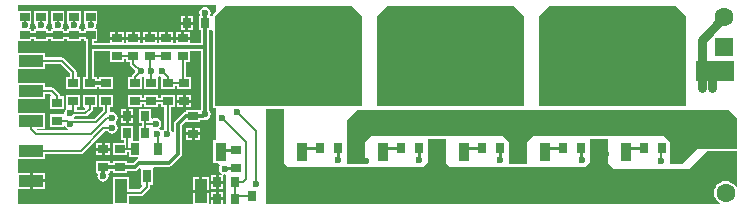
<source format=gtl>
%FSLAX25Y25*%
%MOIN*%
G70*
G01*
G75*
G04 Layer_Physical_Order=1*
G04 Layer_Color=255*
%ADD10R,0.27559X0.07874*%
%ADD11R,0.07874X0.03937*%
%ADD12R,0.12500X0.07000*%
%ADD13R,0.21654X0.24803*%
%ADD14R,0.03740X0.06299*%
%ADD15R,0.03937X0.07874*%
%ADD16R,0.02559X0.04134*%
%ADD17R,0.03201X0.02799*%
%ADD18R,0.03200X0.02800*%
%ADD19R,0.02800X0.03200*%
%ADD20C,0.00800*%
%ADD21C,0.01200*%
%ADD22C,0.01000*%
%ADD23C,0.03000*%
%ADD24C,0.06299*%
%ADD25R,0.06299X0.06299*%
%ADD26C,0.02362*%
G36*
X90681Y15941D02*
X92181Y14441D01*
X137181D01*
X138681Y15941D01*
Y23941D01*
X144681D01*
Y15941D01*
X146181Y14441D01*
X191181D01*
X192681Y15941D01*
Y23941D01*
X198681D01*
Y15941D01*
X200500Y14000D01*
X226000D01*
X231786Y19786D01*
X241690D01*
X241792Y19703D01*
Y8159D01*
X241319Y7999D01*
X240746Y8746D01*
X239941Y9363D01*
X239005Y9751D01*
X238000Y9883D01*
X236995Y9751D01*
X236059Y9363D01*
X235254Y8746D01*
X234637Y7941D01*
X234249Y7005D01*
X234117Y6000D01*
X234249Y4995D01*
X234637Y4059D01*
X235254Y3254D01*
X236001Y2681D01*
X235841Y2208D01*
X84681D01*
Y33866D01*
X90681D01*
Y15941D01*
D02*
G37*
G36*
X170681Y64941D02*
Y34941D01*
X121681D01*
Y64941D01*
X125093Y68353D01*
X167270D01*
X170681Y64941D01*
D02*
G37*
G36*
X116681D02*
Y34941D01*
X67681D01*
Y64941D01*
X71093Y68353D01*
X113270D01*
X116681Y64941D01*
D02*
G37*
G36*
X24000Y56400D02*
X24675D01*
Y44600D01*
X23700D01*
Y40400D01*
X28300D01*
Y41175D01*
X29200D01*
Y40400D01*
X33800D01*
Y44600D01*
X29200D01*
Y43826D01*
X28300D01*
Y44600D01*
X27325D01*
Y53175D01*
X32700D01*
Y49400D01*
X37300D01*
Y50378D01*
X38200D01*
Y49400D01*
X39378D01*
Y49000D01*
X39378Y49000D01*
X39464Y48571D01*
X39707Y48207D01*
X41137Y46777D01*
X41082Y46500D01*
X41137Y46223D01*
X40207Y45293D01*
X39964Y44929D01*
X39898Y44600D01*
X38700D01*
Y40400D01*
X43300D01*
Y44600D01*
X43300Y44600D01*
X43300D01*
X43296Y44641D01*
X43734Y44728D01*
X43759Y44745D01*
X44200Y44509D01*
Y40400D01*
X48800D01*
Y44509D01*
X49241Y44745D01*
X49266Y44728D01*
X49704Y44641D01*
X49700Y44600D01*
X49700Y44600D01*
X49700Y44600D01*
Y40400D01*
X54300D01*
Y41378D01*
X55200D01*
Y40400D01*
X59800D01*
Y44600D01*
X58122D01*
Y49400D01*
X59300D01*
Y53175D01*
X63074D01*
Y33679D01*
X62800D01*
Y33679D01*
X58200D01*
Y32904D01*
X58079D01*
X57572Y32803D01*
X57142Y32516D01*
X54563Y29937D01*
X54275Y29507D01*
X54175Y29000D01*
Y26412D01*
X53692Y26316D01*
X53277Y26939D01*
X53122Y27042D01*
Y34400D01*
X54300D01*
Y38600D01*
X49700D01*
Y37622D01*
X48800D01*
Y38600D01*
X44200D01*
Y37622D01*
X43300D01*
Y38600D01*
X38700D01*
Y34400D01*
X43300D01*
Y35378D01*
X44200D01*
Y34400D01*
X48800D01*
Y35378D01*
X49700D01*
Y34400D01*
X50878D01*
Y27149D01*
X50564Y26939D01*
X50433Y26742D01*
X49933D01*
X49856Y26856D01*
X49234Y27272D01*
X49183Y27528D01*
X49356Y27644D01*
X49772Y28266D01*
X49918Y29000D01*
X49772Y29734D01*
X49356Y30356D01*
X48734Y30772D01*
X48000Y30918D01*
X47266Y30772D01*
X47041Y30622D01*
X46600Y30857D01*
Y33800D01*
X42400D01*
Y29200D01*
X43378D01*
Y29000D01*
Y28300D01*
X42400D01*
Y23700D01*
X42400D01*
Y23648D01*
X42046Y23294D01*
X40600D01*
Y23700D01*
X40600D01*
Y28300D01*
X36400D01*
Y23700D01*
X37378D01*
Y22600D01*
X33700D01*
Y18400D01*
X38300D01*
Y19406D01*
X39280D01*
Y17761D01*
X42137D01*
X42186Y17263D01*
X41993Y17225D01*
X41563Y16937D01*
X40451Y15825D01*
X38300D01*
Y16600D01*
X33700D01*
Y15825D01*
X32800D01*
Y16600D01*
X28200D01*
Y12400D01*
X28367D01*
X28684Y12014D01*
X28582Y11500D01*
X28728Y10766D01*
X29144Y10144D01*
X29766Y9728D01*
X30500Y9582D01*
X31234Y9728D01*
X31856Y10144D01*
X32272Y10766D01*
X32418Y11500D01*
X32272Y12234D01*
X32361Y12400D01*
X32800D01*
Y13174D01*
X33700D01*
Y12400D01*
X38300D01*
Y13174D01*
X41000D01*
X41507Y13275D01*
X41937Y13563D01*
Y13563D01*
X41937D01*
D01*
D01*
D01*
D01*
D01*
D01*
X41937D01*
D01*
X41937D01*
Y13563D01*
D01*
D01*
D01*
D01*
Y13563D01*
D01*
D01*
D01*
D01*
D01*
D01*
Y13563D01*
D01*
D01*
X41937D01*
D01*
D01*
D01*
X42559Y14184D01*
X43020Y13993D01*
Y8705D01*
X43466D01*
X43657Y8244D01*
X42535Y7122D01*
X39169D01*
Y11137D01*
X33832D01*
Y2208D01*
X2113D01*
Y7332D01*
X6000D01*
Y9999D01*
Y12668D01*
X2113D01*
Y17332D01*
X11137D01*
Y18879D01*
X23025D01*
X23025Y18878D01*
X23455Y18964D01*
X23819Y19207D01*
X30990Y26378D01*
X31987D01*
X32144Y26144D01*
X32766Y25728D01*
X33500Y25582D01*
X34234Y25728D01*
X34856Y26144D01*
X35272Y26766D01*
X35418Y27500D01*
X35272Y28234D01*
X34856Y28856D01*
X34641Y29000D01*
Y29500D01*
X34856Y29644D01*
X35272Y30266D01*
X35418Y31000D01*
X35272Y31734D01*
X34856Y32356D01*
X34234Y32772D01*
X33500Y32918D01*
X33267Y32872D01*
X32842Y32956D01*
X32622Y33137D01*
Y34400D01*
X33800D01*
Y38600D01*
X29200D01*
Y34400D01*
X30378D01*
Y33465D01*
X27535Y30622D01*
X20936D01*
X20791Y31100D01*
X20856Y31144D01*
X21013Y31378D01*
X24500D01*
X24500Y31378D01*
X24929Y31464D01*
X25293Y31707D01*
X26793Y33207D01*
X27036Y33571D01*
X27122Y34000D01*
X27122Y34000D01*
Y34400D01*
X28300D01*
Y38600D01*
X23700D01*
Y34400D01*
X24161D01*
X24311Y34037D01*
X24033Y33622D01*
X21621D01*
Y34400D01*
X22800D01*
Y38600D01*
X18200D01*
Y34400D01*
X18200D01*
X18200Y33894D01*
X18144Y33856D01*
X17728Y33234D01*
X17582Y32500D01*
X17585Y32487D01*
X17267Y32100D01*
X12700D01*
Y27900D01*
X17300D01*
Y28045D01*
X17778Y28191D01*
X18144Y27644D01*
X18687Y27281D01*
X18542Y26802D01*
X8839D01*
X8561Y27218D01*
X8608Y27332D01*
X11137D01*
Y32669D01*
X2113D01*
Y37332D01*
X11137D01*
Y38878D01*
X12833D01*
X13111Y38463D01*
X12961Y38100D01*
X12700D01*
Y33900D01*
X17300D01*
Y38100D01*
X16122D01*
Y38300D01*
X16036Y38729D01*
X15793Y39093D01*
X15793Y39093D01*
X14093Y40793D01*
X13729Y41036D01*
X13300Y41122D01*
X13300Y41122D01*
X11137D01*
Y42669D01*
X2113D01*
Y47332D01*
X11137D01*
Y48878D01*
X16235D01*
X19378Y45735D01*
Y44600D01*
X18200D01*
Y40400D01*
X22800D01*
Y44600D01*
X21621D01*
Y46200D01*
X21622Y46200D01*
X21536Y46629D01*
X21536D01*
D01*
D01*
X21536Y46629D01*
D01*
D01*
D01*
D01*
X21536Y46629D01*
D01*
D01*
Y46629D01*
D01*
X21536D01*
D01*
D01*
X21536D01*
D01*
D01*
X21293Y46993D01*
X21293Y46993D01*
X17493Y50793D01*
X17129Y51036D01*
X16700Y51122D01*
X16700Y51122D01*
X11137D01*
Y52668D01*
X2113D01*
Y56400D01*
X6600D01*
Y57174D01*
X7500D01*
Y56400D01*
X12100D01*
Y57174D01*
X13000D01*
Y56400D01*
X17600D01*
Y57174D01*
X18500D01*
Y56400D01*
X23100D01*
Y57174D01*
X24000D01*
Y56400D01*
D02*
G37*
G36*
X241690Y30810D02*
Y20500D01*
X228500D01*
X223500Y15500D01*
X219500D01*
Y23000D01*
X217500Y25000D01*
X173681Y24941D01*
X171681Y22941D01*
Y15441D01*
X165681D01*
Y22941D01*
X163681Y24941D01*
X119681D01*
X117681Y22941D01*
Y15441D01*
X111681D01*
Y29941D01*
X115181Y33441D01*
X239000Y33500D01*
X241690Y30810D01*
D02*
G37*
G36*
X224681Y64941D02*
Y34941D01*
X175681D01*
Y64941D01*
X179093Y68353D01*
X221269D01*
X224681Y64941D01*
D02*
G37*
G36*
X66499Y60200D02*
X66614D01*
X66967Y59846D01*
Y34941D01*
X67022Y34668D01*
X67154Y34469D01*
Y34119D01*
X68000D01*
Y23511D01*
X67115D01*
Y15812D01*
X68688D01*
X69444Y15056D01*
X69228Y14734D01*
X69082Y14000D01*
X69228Y13266D01*
X69644Y12644D01*
X70191Y12279D01*
X70045Y11800D01*
X69000D01*
Y10000D01*
X70600D01*
Y11767D01*
X70986Y12085D01*
X71000Y12082D01*
X71114Y12105D01*
X71500Y11787D01*
Y2208D01*
X70600D01*
Y3500D01*
X66400D01*
Y2208D01*
X65668D01*
Y6000D01*
X60331D01*
Y2208D01*
X39169D01*
Y4879D01*
X43000D01*
X43000Y4878D01*
X43429Y4964D01*
X43793Y5207D01*
X45793Y7207D01*
X45793Y7207D01*
X46036Y7571D01*
X46122Y8000D01*
X46122Y8000D01*
Y8705D01*
X46979D01*
Y14239D01*
X46979D01*
Y14321D01*
X47333Y14674D01*
X52500D01*
X53007Y14775D01*
X53437Y15063D01*
Y15063D01*
X53437D01*
D01*
D01*
D01*
D01*
D01*
D01*
X53437D01*
D01*
X53437D01*
Y15063D01*
D01*
D01*
D01*
D01*
Y15063D01*
D01*
D01*
D01*
D01*
D01*
D01*
Y15063D01*
D01*
D01*
X53437D01*
D01*
D01*
D01*
X56437Y18063D01*
Y18063D01*
X56437D01*
X56437D01*
D01*
Y18063D01*
X56437D01*
D01*
D01*
Y18063D01*
D01*
D01*
D01*
D01*
D01*
D01*
D01*
D01*
D01*
Y18063D01*
X56437D01*
D01*
D01*
D01*
X56725Y18493D01*
X56826Y19000D01*
Y28451D01*
X57955Y29580D01*
X58200Y29479D01*
Y29479D01*
X58200Y29479D01*
X62800D01*
Y30253D01*
X63877D01*
X63961Y30270D01*
X64399Y30183D01*
X65133Y30329D01*
X65755Y30744D01*
X66171Y31367D01*
X66317Y32101D01*
X66171Y32835D01*
X65755Y33457D01*
X65725Y33478D01*
Y54500D01*
Y60200D01*
X66499D01*
Y60200D01*
D02*
G37*
G36*
X68000Y66269D02*
X67176Y65446D01*
X67022Y65214D01*
X66967Y64941D01*
Y64938D01*
X66482Y64816D01*
X66255Y65241D01*
X66272Y65266D01*
X66418Y66000D01*
X66272Y66734D01*
X65856Y67356D01*
X65234Y67772D01*
X64500Y67918D01*
X63766Y67772D01*
X63144Y67356D01*
X62728Y66734D01*
X62582Y66000D01*
X62728Y65266D01*
X62745Y65241D01*
X62509Y64800D01*
X62299D01*
Y60200D01*
X63074D01*
Y55826D01*
X59300D01*
Y57000D01*
X54700D01*
Y55826D01*
X53800D01*
Y57000D01*
X49200D01*
Y55826D01*
X48300D01*
Y57000D01*
X43700D01*
Y55826D01*
X42800D01*
Y57000D01*
X38200D01*
Y55826D01*
X37300D01*
Y57000D01*
X32700D01*
Y55826D01*
X27325D01*
Y56400D01*
X28600D01*
Y60600D01*
X28157D01*
X27921Y61041D01*
X28072Y61266D01*
X28218Y62000D01*
X28215Y62014D01*
X28532Y62400D01*
X28600D01*
Y66600D01*
X24000D01*
Y62400D01*
X24068D01*
X24385Y62014D01*
X24382Y62000D01*
X24528Y61266D01*
X24679Y61041D01*
X24443Y60600D01*
X24000D01*
Y59825D01*
X23100D01*
Y60600D01*
X22657D01*
X22421Y61041D01*
X22572Y61266D01*
X22718Y62000D01*
X22715Y62014D01*
X23032Y62400D01*
X23100D01*
Y66600D01*
X18500D01*
Y62400D01*
X18568D01*
X18885Y62014D01*
X18882Y62000D01*
X19028Y61266D01*
X19179Y61041D01*
X18943Y60600D01*
X18500D01*
Y59825D01*
X17600D01*
Y60600D01*
X17157D01*
X16921Y61041D01*
X17072Y61266D01*
X17218Y62000D01*
X17215Y62014D01*
X17532Y62400D01*
X17600D01*
Y66600D01*
X13000D01*
Y62400D01*
X13068D01*
X13385Y62014D01*
X13382Y62000D01*
X13528Y61266D01*
X13679Y61041D01*
X13443Y60600D01*
X13000D01*
Y59825D01*
X12100D01*
Y60600D01*
X11657D01*
X11421Y61041D01*
X11572Y61266D01*
X11718Y62000D01*
X11715Y62014D01*
X12032Y62400D01*
X12100D01*
Y66600D01*
X7500D01*
Y62400D01*
X7568D01*
X7885Y62014D01*
X7882Y62000D01*
X8028Y61266D01*
X8179Y61041D01*
X7943Y60600D01*
X7500D01*
Y59825D01*
X6600D01*
Y60600D01*
X6157D01*
X5921Y61041D01*
X6072Y61266D01*
X6218Y62000D01*
X6215Y62014D01*
X6532Y62400D01*
X6600D01*
Y66600D01*
X2113D01*
Y68658D01*
X68000D01*
Y66269D01*
D02*
G37*
%LPC*%
G36*
X60000Y25079D02*
X58200D01*
Y23479D01*
X60000D01*
Y25079D01*
D02*
G37*
G36*
X32800Y22600D02*
X31000D01*
Y21000D01*
X32800D01*
Y22600D01*
D02*
G37*
G36*
X60000Y27679D02*
X58200D01*
Y26079D01*
X60000D01*
Y27679D01*
D02*
G37*
G36*
X62800Y25079D02*
X61000D01*
Y23479D01*
X62800D01*
Y25079D01*
D02*
G37*
G36*
X38000Y31000D02*
X36400D01*
Y29200D01*
X38000D01*
Y31000D01*
D02*
G37*
G36*
X62800Y27679D02*
X61000D01*
Y26079D01*
X62800D01*
Y27679D01*
D02*
G37*
G36*
X30000Y22600D02*
X28200D01*
Y21000D01*
X30000D01*
Y22600D01*
D02*
G37*
G36*
X65668Y11137D02*
X63500D01*
Y7000D01*
X65668D01*
Y11137D01*
D02*
G37*
G36*
X68000Y9000D02*
X66400D01*
Y7200D01*
X68000D01*
Y9000D01*
D02*
G37*
G36*
X62500Y11137D02*
X60331D01*
Y7000D01*
X62500D01*
Y11137D01*
D02*
G37*
G36*
X68000Y6300D02*
X66400D01*
Y4500D01*
X68000D01*
Y6300D01*
D02*
G37*
G36*
X70600D02*
X69000D01*
Y4500D01*
X70600D01*
Y6300D01*
D02*
G37*
G36*
Y9000D02*
X69000D01*
Y7200D01*
X70600D01*
Y9000D01*
D02*
G37*
G36*
X30000Y20000D02*
X28200D01*
Y18400D01*
X30000D01*
Y20000D01*
D02*
G37*
G36*
X32800D02*
X31000D01*
Y18400D01*
X32800D01*
Y20000D01*
D02*
G37*
G36*
X11137Y12668D02*
X7000D01*
Y10500D01*
X11137D01*
Y12668D01*
D02*
G37*
G36*
Y9500D02*
X7000D01*
Y7332D01*
X11137D01*
Y9500D01*
D02*
G37*
G36*
X68000Y11800D02*
X66400D01*
Y10000D01*
X68000D01*
Y11800D01*
D02*
G37*
G36*
X40600Y31000D02*
X39000D01*
Y29200D01*
X40600D01*
Y31000D01*
D02*
G37*
G36*
X53800Y59600D02*
X52000D01*
Y58000D01*
X53800D01*
Y59600D01*
D02*
G37*
G36*
X56500D02*
X54700D01*
Y58000D01*
X56500D01*
Y59600D01*
D02*
G37*
G36*
X51000D02*
X49200D01*
Y58000D01*
X51000D01*
Y59600D01*
D02*
G37*
G36*
X45500D02*
X43700D01*
Y58000D01*
X45500D01*
Y59600D01*
D02*
G37*
G36*
X48300D02*
X46500D01*
Y58000D01*
X48300D01*
Y59600D01*
D02*
G37*
G36*
X57899Y64800D02*
X56299D01*
Y63000D01*
X57899D01*
Y64800D01*
D02*
G37*
G36*
X60499D02*
X58899D01*
Y63000D01*
X60499D01*
Y64800D01*
D02*
G37*
G36*
Y62000D02*
X58899D01*
Y60200D01*
X60499D01*
Y62000D01*
D02*
G37*
G36*
X59300Y59600D02*
X57500D01*
Y58000D01*
X59300D01*
Y59600D01*
D02*
G37*
G36*
X57899Y62000D02*
X56299D01*
Y60200D01*
X57899D01*
Y62000D01*
D02*
G37*
G36*
X59800Y36000D02*
X58000D01*
Y34400D01*
X59800D01*
Y36000D01*
D02*
G37*
G36*
X57000Y38600D02*
X55200D01*
Y37000D01*
X57000D01*
Y38600D01*
D02*
G37*
G36*
Y36000D02*
X55200D01*
Y34400D01*
X57000D01*
Y36000D01*
D02*
G37*
G36*
X38000Y33800D02*
X36400D01*
Y32000D01*
X38000D01*
Y33800D01*
D02*
G37*
G36*
X40600D02*
X39000D01*
Y32000D01*
X40600D01*
Y33800D01*
D02*
G37*
G36*
X40000Y59600D02*
X38200D01*
Y58000D01*
X40000D01*
Y59600D01*
D02*
G37*
G36*
X42800D02*
X41000D01*
Y58000D01*
X42800D01*
Y59600D01*
D02*
G37*
G36*
X37300D02*
X35500D01*
Y58000D01*
X37300D01*
Y59600D01*
D02*
G37*
G36*
X59800Y38600D02*
X58000D01*
Y37000D01*
X59800D01*
Y38600D01*
D02*
G37*
G36*
X34500Y59600D02*
X32700D01*
Y58000D01*
X34500D01*
Y59600D01*
D02*
G37*
%LPD*%
D10*
X218500Y6500D02*
D03*
X85000Y64000D02*
D03*
X139000D02*
D03*
X193000D02*
D03*
D11*
X6500Y10000D02*
D03*
Y50000D02*
D03*
Y40000D02*
D03*
Y30000D02*
D03*
Y20000D02*
D03*
D12*
X234500Y24000D02*
D03*
Y46500D02*
D03*
D13*
X186681Y47221D02*
D03*
X213681D02*
D03*
X132681D02*
D03*
X159681D02*
D03*
X78681D02*
D03*
X105681D02*
D03*
D14*
X177685Y19661D02*
D03*
X195677Y19661D02*
D03*
X204685Y19661D02*
D03*
X222677Y19661D02*
D03*
X123685Y19661D02*
D03*
X141677Y19661D02*
D03*
X150685Y19661D02*
D03*
X168677Y19661D02*
D03*
X69685Y19661D02*
D03*
X87677Y19661D02*
D03*
X96685Y19661D02*
D03*
X114677Y19661D02*
D03*
D15*
X36500Y6500D02*
D03*
X63000D02*
D03*
D16*
X45000Y11472D02*
D03*
X41260Y20528D02*
D03*
X48740D02*
D03*
D17*
X26300Y64500D02*
D03*
Y58500D02*
D03*
X20800D02*
D03*
Y64500D02*
D03*
X15300D02*
D03*
Y58500D02*
D03*
X9800D02*
D03*
Y64500D02*
D03*
X4300D02*
D03*
Y58500D02*
D03*
D18*
X52000Y36500D02*
D03*
Y42500D02*
D03*
X40500Y57500D02*
D03*
Y51500D02*
D03*
X51500D02*
D03*
Y57500D02*
D03*
X57500Y36500D02*
D03*
Y42500D02*
D03*
X46500Y36500D02*
D03*
Y42500D02*
D03*
X41000D02*
D03*
Y36500D02*
D03*
X35000Y51500D02*
D03*
Y57500D02*
D03*
X46000D02*
D03*
Y51500D02*
D03*
X57000D02*
D03*
Y57500D02*
D03*
X60500Y31579D02*
D03*
Y25579D02*
D03*
X26000Y36500D02*
D03*
Y42500D02*
D03*
X31500D02*
D03*
Y36500D02*
D03*
X20500Y42500D02*
D03*
Y36500D02*
D03*
X15000Y30000D02*
D03*
Y36000D02*
D03*
X74681Y14366D02*
D03*
Y20366D02*
D03*
X36000Y14500D02*
D03*
Y20500D02*
D03*
X30500Y14500D02*
D03*
Y20500D02*
D03*
D19*
X68500Y4000D02*
D03*
X74500D02*
D03*
X80181Y4866D02*
D03*
X86181D02*
D03*
X74500Y9500D02*
D03*
X68500D02*
D03*
X189681Y20866D02*
D03*
X183681D02*
D03*
X210681D02*
D03*
X216681D02*
D03*
X135681D02*
D03*
X129681D02*
D03*
X156681D02*
D03*
X162681D02*
D03*
X102681D02*
D03*
X108681D02*
D03*
X38500Y31500D02*
D03*
X44500D02*
D03*
Y26000D02*
D03*
X38500D02*
D03*
X58399Y62500D02*
D03*
X64399D02*
D03*
D20*
X30525Y27500D02*
X33500D01*
X31763Y31000D02*
X33500D01*
X36500Y6000D02*
X43000D01*
X45000Y8000D01*
Y11472D01*
X19500Y29000D02*
Y29500D01*
X26300Y62000D02*
Y64500D01*
X20800Y62000D02*
Y64500D01*
X15300Y62000D02*
Y64500D01*
X9800Y62000D02*
Y64500D01*
X4300Y62000D02*
Y64500D01*
X24500Y32500D02*
X26000Y34000D01*
Y36500D01*
X28000Y29500D02*
X31500Y33000D01*
Y36500D01*
X75263Y32737D02*
X81500Y26500D01*
X75000Y32737D02*
X75263D01*
X70000Y31000D02*
X78000Y23000D01*
Y10500D02*
Y23000D01*
X38500Y20528D02*
Y26000D01*
Y20528D02*
X41260D01*
X36028D02*
X38500D01*
X52000Y25662D02*
Y36500D01*
X44500Y29000D02*
X48000D01*
X44500D02*
Y31500D01*
Y26000D02*
Y29000D01*
X36000Y20500D02*
X36028Y20528D01*
X48500Y25500D02*
X48740Y25260D01*
Y20528D02*
Y25260D01*
X51920Y25583D02*
X52000Y25662D01*
X81500Y9000D02*
Y26500D01*
X75366Y4866D02*
X80181D01*
X74500Y4000D02*
X75366Y4866D01*
X74500Y4000D02*
Y9500D01*
X77000D01*
X78000Y10500D01*
X216500Y16500D02*
Y20685D01*
X216681Y20866D01*
X49500Y46500D02*
X50000D01*
X46500Y42500D02*
Y46500D01*
X43000D02*
X43202Y46702D01*
X41000Y42500D02*
Y44500D01*
X43000Y46500D01*
X52000Y42500D02*
Y44500D01*
X50000Y46500D02*
X52000Y44500D01*
X41000Y36500D02*
X46500D01*
X52000D01*
X49500Y46500D02*
Y47000D01*
X52000Y42500D02*
X57500D01*
X46000Y51500D02*
X51500D01*
X46000Y47000D02*
Y51500D01*
Y47000D02*
X46500Y46500D01*
X35000Y51500D02*
X40500D01*
Y49000D02*
Y51500D01*
Y49000D02*
X43000Y46500D01*
X57000Y43000D02*
Y51500D01*
X20500Y32700D02*
Y36500D01*
X19500Y32500D02*
X24500D01*
X6500Y50000D02*
X16700D01*
X20500Y46200D01*
Y42500D02*
Y46200D01*
X6500Y40000D02*
X13300D01*
X15000Y38300D01*
Y36000D02*
Y38300D01*
Y30000D02*
X18500D01*
X19500Y29000D01*
Y29500D02*
X28000D01*
X6500Y27200D02*
Y30000D01*
Y27200D02*
X8019Y25681D01*
X26443D02*
X31763Y31000D01*
X8019Y25681D02*
X26443D01*
X23025Y20000D02*
X30525Y27500D01*
X6500Y20000D02*
X23025D01*
D21*
X26000Y54500D02*
X64399D01*
X26000Y42500D02*
Y58500D01*
X64399Y62500D02*
Y65899D01*
Y54500D02*
Y62500D01*
X20800Y58500D02*
X26300D01*
X15300D02*
X20800D01*
X9800D02*
X15300D01*
X4300D02*
X9800D01*
X26000Y42500D02*
X31500D01*
X64399Y32101D02*
Y54500D01*
X30500Y11500D02*
Y14500D01*
X36000D01*
X38500D02*
X41000D01*
X36000D02*
X38500D01*
X41000D02*
X42500Y16000D01*
X52500D01*
X55500Y19000D01*
Y29000D01*
X58079Y31579D01*
X60500D01*
X64399Y65899D02*
X64500Y66000D01*
X63877Y31579D02*
X64399Y32101D01*
X60500Y31579D02*
X63877D01*
D22*
X71000Y14000D02*
X71366Y14366D01*
X74681D01*
X69685Y19661D02*
X70390Y20366D01*
X74681D01*
X205890Y20866D02*
X210681D01*
X178890D02*
X183681D01*
X151890D02*
X156681D01*
X124890D02*
X129681D01*
X97890D02*
X102681D01*
X135681Y16866D02*
Y20866D01*
X162681Y16866D02*
Y20866D01*
X189681Y17319D02*
Y20866D01*
Y17319D02*
X190000Y17000D01*
X108681D02*
Y20866D01*
D23*
X230000Y57000D02*
X237500Y64500D01*
X230000Y41000D02*
Y57000D01*
X233500Y41000D02*
Y45500D01*
D24*
X237500Y64500D02*
D03*
X238000Y6000D02*
D03*
D25*
X237500Y54500D02*
D03*
X238000Y16000D02*
D03*
D26*
X33500Y27500D02*
D03*
Y31000D02*
D03*
X19500Y29000D02*
D03*
X4300Y62000D02*
D03*
X9800D02*
D03*
X15300D02*
D03*
X20800D02*
D03*
X26300D02*
D03*
X19500Y32500D02*
D03*
X75000Y32737D02*
D03*
X70000Y31000D02*
D03*
X64399Y32101D02*
D03*
X30500Y11500D02*
D03*
X48500Y25500D02*
D03*
X51920Y25583D02*
D03*
X48000Y29000D02*
D03*
X64500Y66000D02*
D03*
X86500Y57500D02*
D03*
X124000Y52500D02*
D03*
X135681Y16866D02*
D03*
X162681D02*
D03*
X118000Y16500D02*
D03*
X179000Y47500D02*
D03*
X114500Y13000D02*
D03*
X198100Y19000D02*
D03*
X151500Y13000D02*
D03*
X230000Y41000D02*
D03*
X233500D02*
D03*
X190000Y17000D02*
D03*
X216500Y16500D02*
D03*
X108681Y17000D02*
D03*
X71000Y14000D02*
D03*
X50000Y46500D02*
D03*
X46500D02*
D03*
X43000D02*
D03*
X81500Y9000D02*
D03*
X62000Y18900D02*
D03*
X54600Y66800D02*
D03*
X33000Y66900D02*
D03*
X42100D02*
D03*
X36100Y39600D02*
D03*
X19400Y6900D02*
D03*
X26300Y17600D02*
D03*
M02*

</source>
